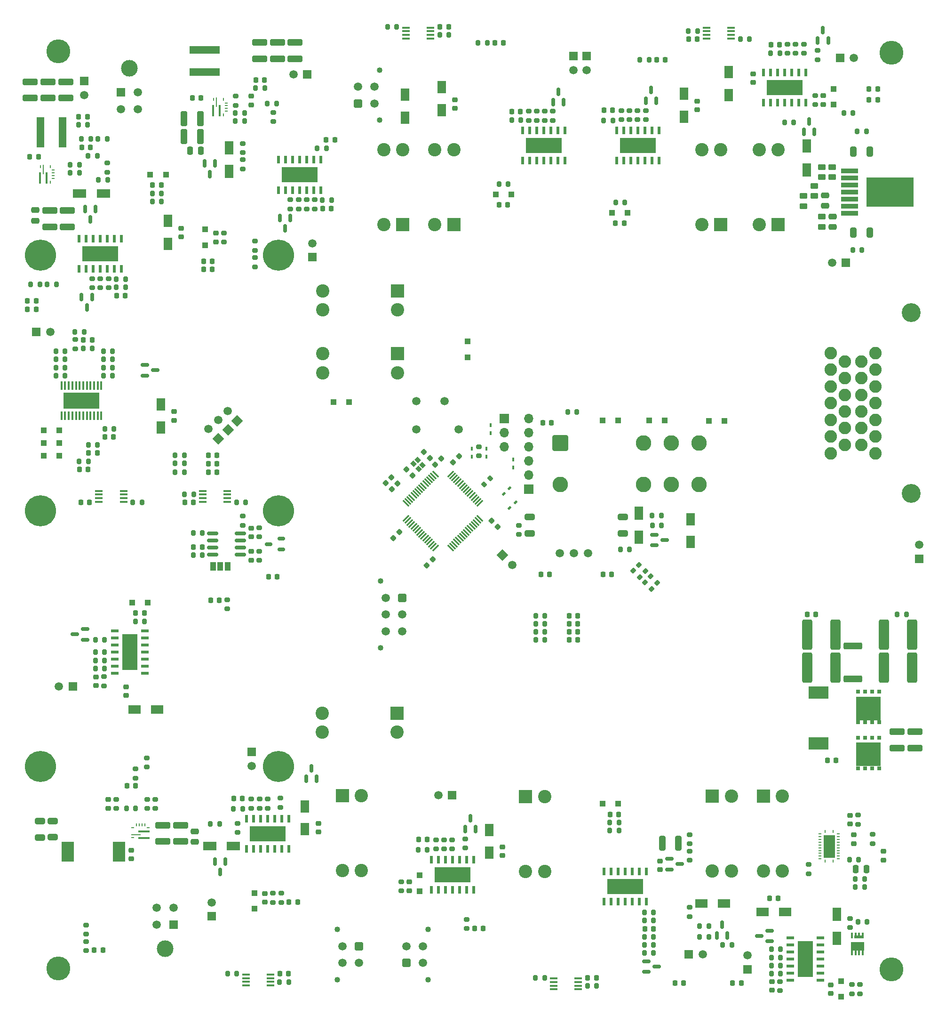
<source format=gbr>
%TF.GenerationSoftware,KiCad,Pcbnew,8.0.5*%
%TF.CreationDate,2025-02-03T18:43:33+01:00*%
%TF.ProjectId,FT25_PDU,46543235-5f50-4445-952e-6b696361645f,V1.2*%
%TF.SameCoordinates,Original*%
%TF.FileFunction,Soldermask,Top*%
%TF.FilePolarity,Negative*%
%FSLAX46Y46*%
G04 Gerber Fmt 4.6, Leading zero omitted, Abs format (unit mm)*
G04 Created by KiCad (PCBNEW 8.0.5) date 2025-02-03 18:43:33*
%MOMM*%
%LPD*%
G01*
G04 APERTURE LIST*
G04 Aperture macros list*
%AMRoundRect*
0 Rectangle with rounded corners*
0 $1 Rounding radius*
0 $2 $3 $4 $5 $6 $7 $8 $9 X,Y pos of 4 corners*
0 Add a 4 corners polygon primitive as box body*
4,1,4,$2,$3,$4,$5,$6,$7,$8,$9,$2,$3,0*
0 Add four circle primitives for the rounded corners*
1,1,$1+$1,$2,$3*
1,1,$1+$1,$4,$5*
1,1,$1+$1,$6,$7*
1,1,$1+$1,$8,$9*
0 Add four rect primitives between the rounded corners*
20,1,$1+$1,$2,$3,$4,$5,0*
20,1,$1+$1,$4,$5,$6,$7,0*
20,1,$1+$1,$6,$7,$8,$9,0*
20,1,$1+$1,$8,$9,$2,$3,0*%
%AMRotRect*
0 Rectangle, with rotation*
0 The origin of the aperture is its center*
0 $1 length*
0 $2 width*
0 $3 Rotation angle, in degrees counterclockwise*
0 Add horizontal line*
21,1,$1,$2,0,0,$3*%
G04 Aperture macros list end*
%ADD10R,1.500000X1.500000*%
%ADD11C,1.500000*%
%ADD12RoundRect,0.200000X0.275000X-0.200000X0.275000X0.200000X-0.275000X0.200000X-0.275000X-0.200000X0*%
%ADD13RoundRect,0.200000X-0.275000X0.200000X-0.275000X-0.200000X0.275000X-0.200000X0.275000X0.200000X0*%
%ADD14RoundRect,0.250000X1.100000X-0.325000X1.100000X0.325000X-1.100000X0.325000X-1.100000X-0.325000X0*%
%ADD15R,0.507200X1.456100*%
%ADD16R,6.502400X2.743200*%
%ADD17R,1.550000X2.200000*%
%ADD18RoundRect,0.200000X-0.200000X-0.275000X0.200000X-0.275000X0.200000X0.275000X-0.200000X0.275000X0*%
%ADD19RoundRect,0.150000X-0.150000X0.587500X-0.150000X-0.587500X0.150000X-0.587500X0.150000X0.587500X0*%
%ADD20RoundRect,0.150000X0.150000X-0.587500X0.150000X0.587500X-0.150000X0.587500X-0.150000X-0.587500X0*%
%ADD21RoundRect,0.250000X0.325000X1.100000X-0.325000X1.100000X-0.325000X-1.100000X0.325000X-1.100000X0*%
%ADD22RoundRect,0.218750X0.218750X0.256250X-0.218750X0.256250X-0.218750X-0.256250X0.218750X-0.256250X0*%
%ADD23R,0.420000X0.670000*%
%ADD24RoundRect,0.250000X0.300000X0.300000X-0.300000X0.300000X-0.300000X-0.300000X0.300000X-0.300000X0*%
%ADD25C,5.600000*%
%ADD26R,2.400000X2.400000*%
%ADD27C,2.400000*%
%ADD28RoundRect,0.225000X-0.250000X0.225000X-0.250000X-0.225000X0.250000X-0.225000X0.250000X0.225000X0*%
%ADD29C,4.300000*%
%ADD30RoundRect,0.250000X-0.300000X0.300000X-0.300000X-0.300000X0.300000X-0.300000X0.300000X0.300000X0*%
%ADD31RoundRect,0.225000X0.225000X0.250000X-0.225000X0.250000X-0.225000X-0.250000X0.225000X-0.250000X0*%
%ADD32R,1.550000X2.350000*%
%ADD33RoundRect,0.250000X-0.650000X0.325000X-0.650000X-0.325000X0.650000X-0.325000X0.650000X0.325000X0*%
%ADD34RoundRect,0.225000X0.250000X-0.225000X0.250000X0.225000X-0.250000X0.225000X-0.250000X-0.225000X0*%
%ADD35RoundRect,0.225000X-0.225000X-0.250000X0.225000X-0.250000X0.225000X0.250000X-0.225000X0.250000X0*%
%ADD36RoundRect,0.200000X0.200000X0.275000X-0.200000X0.275000X-0.200000X-0.275000X0.200000X-0.275000X0*%
%ADD37C,1.020000*%
%ADD38RoundRect,0.250001X0.499999X-0.499999X0.499999X0.499999X-0.499999X0.499999X-0.499999X-0.499999X0*%
%ADD39R,2.200000X1.550000*%
%ADD40RoundRect,0.250000X-0.450000X0.262500X-0.450000X-0.262500X0.450000X-0.262500X0.450000X0.262500X0*%
%ADD41RoundRect,0.150000X0.587500X0.150000X-0.587500X0.150000X-0.587500X-0.150000X0.587500X-0.150000X0*%
%ADD42R,2.350000X1.550000*%
%ADD43RotRect,1.500000X1.500000X135.000000*%
%ADD44RoundRect,0.150000X0.512500X0.150000X-0.512500X0.150000X-0.512500X-0.150000X0.512500X-0.150000X0*%
%ADD45RoundRect,0.250000X-0.475000X0.250000X-0.475000X-0.250000X0.475000X-0.250000X0.475000X0.250000X0*%
%ADD46RotRect,0.420000X0.670000X315.000000*%
%ADD47RoundRect,0.225000X0.017678X-0.335876X0.335876X-0.017678X-0.017678X0.335876X-0.335876X0.017678X0*%
%ADD48C,3.000000*%
%ADD49R,1.520000X1.520000*%
%ADD50C,1.520000*%
%ADD51RoundRect,0.250000X0.450000X-0.262500X0.450000X0.262500X-0.450000X0.262500X-0.450000X-0.262500X0*%
%ADD52RoundRect,0.250000X-0.650000X-2.450000X0.650000X-2.450000X0.650000X2.450000X-0.650000X2.450000X0*%
%ADD53RoundRect,0.250000X0.650000X-0.325000X0.650000X0.325000X-0.650000X0.325000X-0.650000X-0.325000X0*%
%ADD54RoundRect,0.250000X0.300000X-0.300000X0.300000X0.300000X-0.300000X0.300000X-0.300000X-0.300000X0*%
%ADD55RoundRect,0.150000X-0.587500X-0.150000X0.587500X-0.150000X0.587500X0.150000X-0.587500X0.150000X0*%
%ADD56R,1.456100X0.507200*%
%ADD57R,2.743200X6.502400*%
%ADD58RoundRect,0.250000X-0.325000X-0.650000X0.325000X-0.650000X0.325000X0.650000X-0.325000X0.650000X0*%
%ADD59R,1.000000X1.500000*%
%ADD60R,0.600000X0.250000*%
%ADD61R,0.250000X0.600000*%
%ADD62R,0.250000X1.700000*%
%ADD63R,0.400000X2.100000*%
%ADD64RoundRect,0.200000X0.335876X0.053033X0.053033X0.335876X-0.335876X-0.053033X-0.053033X-0.335876X0*%
%ADD65C,3.400000*%
%ADD66C,2.250000*%
%ADD67RoundRect,0.250000X0.250000X0.475000X-0.250000X0.475000X-0.250000X-0.475000X0.250000X-0.475000X0*%
%ADD68R,1.475000X0.450000*%
%ADD69RotRect,1.500000X1.500000X315.000000*%
%ADD70RoundRect,0.218750X-0.218750X-0.256250X0.218750X-0.256250X0.218750X0.256250X-0.218750X0.256250X0*%
%ADD71RoundRect,0.225000X-0.017678X0.335876X-0.335876X0.017678X0.017678X-0.335876X0.335876X-0.017678X0*%
%ADD72RoundRect,0.075000X-0.548008X0.441942X0.441942X-0.548008X0.548008X-0.441942X-0.441942X0.548008X0*%
%ADD73RoundRect,0.075000X-0.548008X-0.441942X-0.441942X-0.548008X0.548008X0.441942X0.441942X0.548008X0*%
%ADD74R,1.450000X5.500000*%
%ADD75R,0.381000X1.016000*%
%ADD76R,2.360000X1.522000*%
%ADD77R,1.701800X0.611400*%
%ADD78RoundRect,0.250000X-1.100000X0.325000X-1.100000X-0.325000X1.100000X-0.325000X1.100000X0.325000X0*%
%ADD79RoundRect,0.225000X-0.335876X-0.017678X-0.017678X-0.335876X0.335876X0.017678X0.017678X0.335876X0*%
%ADD80R,1.700000X1.700000*%
%ADD81O,1.700000X1.700000*%
%ADD82R,0.675000X0.750000*%
%ADD83R,0.675000X0.655000*%
%ADD84R,0.655000X0.675000*%
%ADD85R,4.510000X4.295000*%
%ADD86RoundRect,0.250000X1.425000X-0.362500X1.425000X0.362500X-1.425000X0.362500X-1.425000X-0.362500X0*%
%ADD87RotRect,0.875000X0.775000X135.000000*%
%ADD88RoundRect,0.250000X0.475000X-0.250000X0.475000X0.250000X-0.475000X0.250000X-0.475000X-0.250000X0*%
%ADD89RoundRect,0.225000X0.335876X0.017678X0.017678X0.335876X-0.335876X-0.017678X-0.017678X-0.335876X0*%
%ADD90C,2.800000*%
%ADD91RoundRect,0.250000X-1.150000X-1.150000X1.150000X-1.150000X1.150000X1.150000X-1.150000X1.150000X0*%
%ADD92R,0.450000X1.525000*%
%ADD93R,6.500000X2.870000*%
%ADD94RoundRect,0.250000X0.312500X1.075000X-0.312500X1.075000X-0.312500X-1.075000X0.312500X-1.075000X0*%
%ADD95R,2.300000X3.600000*%
%ADD96R,3.060000X0.890000*%
%ADD97R,8.540000X5.350000*%
%ADD98RoundRect,0.250001X-0.499999X0.499999X-0.499999X-0.499999X0.499999X-0.499999X0.499999X0.499999X0*%
%ADD99R,1.700000X0.250000*%
%ADD100R,2.100000X0.400000*%
%ADD101R,5.500000X1.450000*%
%ADD102R,3.600000X2.300000*%
%ADD103RoundRect,0.250000X-0.250000X-0.475000X0.250000X-0.475000X0.250000X0.475000X-0.250000X0.475000X0*%
%ADD104R,2.100000X4.100000*%
%ADD105RoundRect,0.150000X-0.825000X-0.150000X0.825000X-0.150000X0.825000X0.150000X-0.825000X0.150000X0*%
%ADD106RoundRect,0.250000X-0.300000X-0.300000X0.300000X-0.300000X0.300000X0.300000X-0.300000X0.300000X0*%
%ADD107RoundRect,0.250000X0.650000X2.450000X-0.650000X2.450000X-0.650000X-2.450000X0.650000X-2.450000X0*%
%ADD108RoundRect,0.200000X-0.053033X0.335876X-0.335876X0.053033X0.053033X-0.335876X0.335876X-0.053033X0*%
G04 APERTURE END LIST*
D10*
%TO.C,TP2*%
X165320000Y-98460000D03*
D11*
X165320000Y-95960000D03*
%TD*%
D12*
%TO.C,R38*%
X161375000Y-89780000D03*
X161375000Y-88130000D03*
%TD*%
D13*
%TO.C,R75*%
X128645000Y-102310000D03*
X128645000Y-103960000D03*
%TD*%
D14*
%TO.C,C87*%
X162225000Y-62750000D03*
X162225000Y-59800000D03*
%TD*%
D15*
%TO.C,IC2*%
X159209000Y-86371749D03*
X160479000Y-86371749D03*
X161749000Y-86371749D03*
X163019000Y-86371749D03*
X164289000Y-86371749D03*
X165559000Y-86371749D03*
X166829000Y-86371749D03*
X166829000Y-80927849D03*
X165559000Y-80927849D03*
X164289000Y-80927849D03*
X163019000Y-80927849D03*
X161749000Y-80927849D03*
X160479000Y-80927849D03*
X159209000Y-80927849D03*
D16*
X163019000Y-83649799D03*
%TD*%
D17*
%TO.C,D35*%
X139345000Y-91945000D03*
X139345000Y-96045000D03*
%TD*%
D18*
%TO.C,R171*%
X121730000Y-83275000D03*
X123380000Y-83275000D03*
%TD*%
D19*
%TO.C,D36*%
X125700000Y-105597500D03*
X123800000Y-105597500D03*
X124750000Y-107472500D03*
%TD*%
D20*
%TO.C,D32*%
X164190000Y-192252498D03*
X166090000Y-192252498D03*
X165140000Y-190377498D03*
%TD*%
D12*
%TO.C,R132*%
X135615001Y-197600000D03*
X135615001Y-195950000D03*
%TD*%
D18*
%TO.C,R157*%
X155090000Y-68065000D03*
X156740000Y-68065000D03*
%TD*%
D21*
%TO.C,C81*%
X145160000Y-76725000D03*
X142210000Y-76725000D03*
%TD*%
D13*
%TO.C,R128*%
X135545001Y-188490000D03*
X135545001Y-190140000D03*
%TD*%
D22*
%TO.C,D66*%
X267082500Y-70155000D03*
X265507500Y-70155000D03*
%TD*%
D18*
%TO.C,R172*%
X126760000Y-77225000D03*
X128410000Y-77225000D03*
%TD*%
D23*
%TO.C,D2*%
X193990000Y-132900000D03*
X193990000Y-134350000D03*
%TD*%
D24*
%TO.C,D70*%
X220339999Y-127854999D03*
X217540001Y-127854999D03*
%TD*%
D10*
%TO.C,TP13*%
X147190001Y-216990000D03*
D11*
X147190001Y-214490000D03*
%TD*%
D18*
%TO.C,R131*%
X146980000Y-200415000D03*
X148630000Y-200415000D03*
%TD*%
D10*
%TO.C,TP14*%
X261380000Y-99440000D03*
D11*
X258880000Y-99440000D03*
%TD*%
D25*
%TO.C,REF\u002A\u002A*%
X116410000Y-144080000D03*
%TD*%
D13*
%TO.C,R92*%
X254645000Y-207690000D03*
X254645000Y-209340000D03*
%TD*%
D26*
%TO.C,H12*%
X180580000Y-180485000D03*
D27*
X180580000Y-183885000D03*
X167110000Y-180485000D03*
X167110000Y-183885000D03*
%TD*%
D18*
%TO.C,R139*%
X263380001Y-75855000D03*
X265030001Y-75855000D03*
%TD*%
D28*
%TO.C,C37*%
X156795000Y-212900001D03*
X156795000Y-214450001D03*
%TD*%
D18*
%TO.C,R20*%
X119180477Y-118297452D03*
X120830477Y-118297452D03*
%TD*%
D29*
%TO.C,H4*%
X119575000Y-226345000D03*
%TD*%
D14*
%TO.C,C67*%
X138414747Y-203538428D03*
X138414747Y-200588428D03*
%TD*%
D30*
%TO.C,D17*%
X146065000Y-93480000D03*
X146065000Y-96280000D03*
%TD*%
D31*
%TO.C,C35*%
X185980000Y-203145000D03*
X184430000Y-203145000D03*
%TD*%
D18*
%TO.C,R111*%
X225100000Y-220675000D03*
X226750000Y-220675000D03*
%TD*%
D12*
%TO.C,R151*%
X154995000Y-100190000D03*
X154995000Y-98540000D03*
%TD*%
D18*
%TO.C,R31*%
X247950000Y-222935000D03*
X249600000Y-222935000D03*
%TD*%
D22*
%TO.C,D7*%
X213122500Y-167295000D03*
X211547500Y-167295000D03*
%TD*%
D32*
%TO.C,D65*%
X254335000Y-82740000D03*
X254335000Y-78440000D03*
%TD*%
D33*
%TO.C,C60*%
X221205000Y-145200000D03*
X221205000Y-148150000D03*
%TD*%
D12*
%TO.C,R55*%
X250845000Y-61809999D03*
X250845000Y-60159999D03*
%TD*%
D31*
%TO.C,C59*%
X125210000Y-142575000D03*
X123660000Y-142575000D03*
%TD*%
D18*
%TO.C,R28*%
X188233000Y-58485000D03*
X189883000Y-58485000D03*
%TD*%
D34*
%TO.C,C36*%
X166425000Y-201809999D03*
X166425000Y-200259999D03*
%TD*%
D13*
%TO.C,R117*%
X202525000Y-146680000D03*
X202525000Y-148330000D03*
%TD*%
D35*
%TO.C,C40*%
X136560000Y-85505000D03*
X138110000Y-85505000D03*
%TD*%
D36*
%TO.C,R58*%
X249460001Y-61734999D03*
X247810001Y-61734999D03*
%TD*%
D15*
%TO.C,IC3*%
X227711000Y-75638250D03*
X226441000Y-75638250D03*
X225171000Y-75638250D03*
X223901000Y-75638250D03*
X222631000Y-75638250D03*
X221361000Y-75638250D03*
X220091000Y-75638250D03*
X220091000Y-81082150D03*
X221361000Y-81082150D03*
X222631000Y-81082150D03*
X223901000Y-81082150D03*
X225171000Y-81082150D03*
X226441000Y-81082150D03*
X227711000Y-81082150D03*
D16*
X223901000Y-78360200D03*
%TD*%
D17*
%TO.C,D15*%
X182037559Y-69250000D03*
X182037559Y-73350000D03*
%TD*%
D13*
%TO.C,R129*%
X133455000Y-190480000D03*
X133455000Y-192130000D03*
%TD*%
D36*
%TO.C,R34*%
X249600000Y-227315000D03*
X247950000Y-227315000D03*
%TD*%
D25*
%TO.C,REF\u002A\u002A*%
X116410000Y-190080000D03*
%TD*%
D18*
%TO.C,R142*%
X123350000Y-135165000D03*
X125000000Y-135165000D03*
%TD*%
%TO.C,R159*%
X151470000Y-72545000D03*
X153120000Y-72545000D03*
%TD*%
D37*
%TO.C,J5*%
X177445000Y-73795000D03*
X177445000Y-64795000D03*
D38*
X173505000Y-70795000D03*
D11*
X173505000Y-67795000D03*
X176505000Y-70795000D03*
X176505000Y-67795000D03*
%TD*%
D36*
%TO.C,R50*%
X221580000Y-88595000D03*
X219930000Y-88595000D03*
%TD*%
D39*
%TO.C,D11*%
X246345000Y-216165000D03*
X250445000Y-216165000D03*
%TD*%
D40*
%TO.C,R135*%
X258905000Y-82229354D03*
X258905000Y-84054354D03*
%TD*%
D23*
%TO.C,D6*%
X201440000Y-136320000D03*
X201440000Y-134870000D03*
%TD*%
D36*
%TO.C,R94*%
X264690000Y-211725000D03*
X263040000Y-211725000D03*
%TD*%
D18*
%TO.C,R80*%
X126280000Y-167245000D03*
X127930000Y-167245000D03*
%TD*%
%TO.C,R124*%
X195170001Y-59895000D03*
X196820001Y-59895000D03*
%TD*%
D35*
%TO.C,C58*%
X124113529Y-113339864D03*
X125663529Y-113339864D03*
%TD*%
D12*
%TO.C,R3*%
X152815001Y-146670000D03*
X152815001Y-145020000D03*
%TD*%
D36*
%TO.C,R22*%
X143967000Y-141115000D03*
X142317000Y-141115000D03*
%TD*%
%TO.C,R91*%
X264690000Y-210265000D03*
X263040000Y-210265000D03*
%TD*%
D10*
%TO.C,TP12*%
X212339141Y-62292342D03*
D11*
X212339141Y-64792342D03*
%TD*%
D13*
%TO.C,R40*%
X164295000Y-88130000D03*
X164295000Y-89780000D03*
%TD*%
D41*
%TO.C,D12*%
X247652500Y-221450000D03*
X247652500Y-219550000D03*
X245777500Y-220500000D03*
%TD*%
D24*
%TO.C,D77*%
X171929999Y-124525000D03*
X169130001Y-124525000D03*
%TD*%
D42*
%TO.C,D63*%
X146840000Y-204365000D03*
X151140000Y-204365000D03*
%TD*%
D12*
%TO.C,R133*%
X137075000Y-197600000D03*
X137075000Y-195950000D03*
%TD*%
D13*
%TO.C,R120*%
X208614140Y-72222341D03*
X208614140Y-73872341D03*
%TD*%
D12*
%TO.C,R67*%
X157265000Y-197550000D03*
X157265000Y-195900000D03*
%TD*%
D24*
%TO.C,D48*%
X119750000Y-131855000D03*
X116950000Y-131855000D03*
%TD*%
D18*
%TO.C,R16*%
X205530000Y-164375000D03*
X207180000Y-164375000D03*
%TD*%
D13*
%TO.C,R39*%
X162835000Y-88130000D03*
X162835000Y-89780000D03*
%TD*%
D18*
%TO.C,R14*%
X205530000Y-167295000D03*
X207180000Y-167295000D03*
%TD*%
D42*
%TO.C,D72*%
X123429999Y-87035000D03*
X127730001Y-87035000D03*
%TD*%
D35*
%TO.C,C70*%
X131930000Y-193525000D03*
X133480000Y-193525000D03*
%TD*%
D17*
%TO.C,D27*%
X197145000Y-201465001D03*
X197145000Y-205565001D03*
%TD*%
D13*
%TO.C,R35*%
X263865000Y-229250000D03*
X263865000Y-230900000D03*
%TD*%
D31*
%TO.C,C57*%
X226700000Y-219215000D03*
X225150000Y-219215000D03*
%TD*%
%TO.C,C79*%
X145280000Y-69785000D03*
X143730000Y-69785000D03*
%TD*%
D19*
%TO.C,D16*%
X161350000Y-91417499D03*
X159450000Y-91417499D03*
X160400000Y-93292499D03*
%TD*%
D11*
%TO.C,K2*%
X189130000Y-124340000D03*
X184050000Y-124340000D03*
X191670000Y-129420000D03*
X184050000Y-129420000D03*
%TD*%
D20*
%TO.C,Q4*%
X254745000Y-74062499D03*
X253795000Y-75937500D03*
X255695000Y-75937500D03*
%TD*%
D43*
%TO.C,TP17*%
X151820000Y-127900000D03*
D11*
X150052233Y-126132233D03*
%TD*%
D26*
%TO.C,H15*%
X180629999Y-115825000D03*
D27*
X180629999Y-119225000D03*
X167159999Y-115825000D03*
X167159999Y-119225000D03*
%TD*%
D44*
%TO.C,D1*%
X159722500Y-150999999D03*
X159722500Y-149100001D03*
X157447500Y-150050000D03*
%TD*%
D18*
%TO.C,R49*%
X224280000Y-62985000D03*
X225930000Y-62985000D03*
%TD*%
D35*
%TO.C,C45*%
X258040000Y-188985000D03*
X259590000Y-188985000D03*
%TD*%
D24*
%TO.C,D49*%
X119750000Y-134155000D03*
X116950000Y-134155000D03*
%TD*%
D22*
%TO.C,D54*%
X232142500Y-228995000D03*
X230567500Y-228995000D03*
%TD*%
D28*
%TO.C,C46*%
X262115000Y-198820000D03*
X262115000Y-200370000D03*
%TD*%
D35*
%TO.C,C95*%
X123850000Y-78685000D03*
X125400000Y-78685000D03*
%TD*%
D10*
%TO.C,TP4*%
X260299999Y-62600000D03*
D11*
X262799999Y-62600000D03*
%TD*%
D24*
%TO.C,D47*%
X119750000Y-129555000D03*
X116950000Y-129555000D03*
%TD*%
D36*
%TO.C,R83*%
X127910000Y-172475000D03*
X126260000Y-172475000D03*
%TD*%
D12*
%TO.C,R152*%
X158275000Y-74080000D03*
X158275000Y-72430000D03*
%TD*%
D45*
%TO.C,C94*%
X115465000Y-89995000D03*
X115465000Y-91895000D03*
%TD*%
D36*
%TO.C,R145*%
X129370000Y-118294999D03*
X127720000Y-118294999D03*
%TD*%
D12*
%TO.C,R170*%
X128414999Y-83170000D03*
X128414999Y-81520000D03*
%TD*%
D13*
%TO.C,R41*%
X165755000Y-88130000D03*
X165755000Y-89780000D03*
%TD*%
D46*
%TO.C,D4*%
X201864177Y-142573102D03*
X200838873Y-143598406D03*
%TD*%
D47*
%TO.C,C6*%
X179932703Y-148977800D03*
X181028719Y-147881784D03*
%TD*%
D36*
%TO.C,R116*%
X222430000Y-151015000D03*
X220780000Y-151015000D03*
%TD*%
D15*
%TO.C,IC6*%
X161111000Y-199448250D03*
X159841000Y-199448250D03*
X158571000Y-199448250D03*
X157301000Y-199448250D03*
X156031000Y-199448250D03*
X154761000Y-199448250D03*
X153491000Y-199448250D03*
X153491000Y-204892150D03*
X154761000Y-204892150D03*
X156031000Y-204892150D03*
X157301000Y-204892150D03*
X158571000Y-204892150D03*
X159841000Y-204892150D03*
X161111000Y-204892150D03*
D16*
X157301000Y-202170200D03*
%TD*%
D36*
%TO.C,R72*%
X152790000Y-197664999D03*
X151140000Y-197664999D03*
%TD*%
D28*
%TO.C,C44*%
X126365000Y-173930001D03*
X126365000Y-175480001D03*
%TD*%
D34*
%TO.C,C11*%
X154334999Y-152940001D03*
X154334999Y-151390001D03*
%TD*%
D36*
%TO.C,R113*%
X220520000Y-200105000D03*
X218870000Y-200105000D03*
%TD*%
D41*
%TO.C,D40*%
X124442500Y-167240001D03*
X124442500Y-165340001D03*
X122567499Y-166290001D03*
%TD*%
D48*
%TO.C,J9*%
X132379500Y-64505800D03*
D49*
X130879500Y-68825800D03*
D50*
X133879500Y-68825800D03*
X130879500Y-71825800D03*
X133879500Y-71825800D03*
%TD*%
D18*
%TO.C,R143*%
X125000000Y-132235000D03*
X126650000Y-132235000D03*
%TD*%
%TO.C,R21*%
X151683000Y-142575000D03*
X153333000Y-142575000D03*
%TD*%
D47*
%TO.C,C4*%
X185942530Y-153892947D03*
X187038546Y-152796931D03*
%TD*%
D31*
%TO.C,C64*%
X202789140Y-72297341D03*
X201239140Y-72297341D03*
%TD*%
D36*
%TO.C,R168*%
X116270000Y-103335000D03*
X114620000Y-103335000D03*
%TD*%
D26*
%TO.C,H5*%
X246515000Y-195350000D03*
D27*
X249915000Y-195350000D03*
X246515000Y-208820000D03*
X249915000Y-208820000D03*
%TD*%
D32*
%TO.C,D43*%
X259695000Y-216660000D03*
X259695000Y-220960000D03*
%TD*%
D34*
%TO.C,C39*%
X141745000Y-94790000D03*
X141745000Y-93240000D03*
%TD*%
D51*
%TO.C,R141*%
X253745000Y-89254356D03*
X253745000Y-87429356D03*
%TD*%
D22*
%TO.C,D58*%
X208012500Y-155475000D03*
X206437500Y-155475000D03*
%TD*%
D18*
%TO.C,R173*%
X124073528Y-114829864D03*
X125723528Y-114829864D03*
%TD*%
D52*
%TO.C,C52*%
X268185832Y-172259609D03*
X273285832Y-172259609D03*
%TD*%
D14*
%TO.C,C90*%
X117725000Y-69850000D03*
X117725000Y-66900000D03*
%TD*%
D18*
%TO.C,R97*%
X119180477Y-119757452D03*
X120830477Y-119757452D03*
%TD*%
%TO.C,R79*%
X130040000Y-102415000D03*
X131690000Y-102415000D03*
%TD*%
%TO.C,R112*%
X225100000Y-217755000D03*
X226750000Y-217755000D03*
%TD*%
D34*
%TO.C,C34*%
X182785000Y-212360000D03*
X182785000Y-210810000D03*
%TD*%
D36*
%TO.C,R125*%
X200580001Y-85285000D03*
X198930001Y-85285000D03*
%TD*%
D20*
%TO.C,Q6*%
X239075000Y-218532499D03*
X238125000Y-220407500D03*
X240025000Y-220407500D03*
%TD*%
D14*
%TO.C,C91*%
X120925000Y-69850000D03*
X120925000Y-66900000D03*
%TD*%
D53*
%TO.C,C98*%
X118615000Y-202780001D03*
X118615000Y-199829999D03*
%TD*%
D18*
%TO.C,R108*%
X239160000Y-222125000D03*
X240810000Y-222125000D03*
%TD*%
D48*
%TO.C,J11*%
X138824000Y-222794200D03*
D49*
X140324000Y-218474200D03*
D50*
X137324000Y-218474200D03*
X140324000Y-215474200D03*
X137324000Y-215474200D03*
%TD*%
D25*
%TO.C,REF\u002A\u002A*%
X159210000Y-144080000D03*
%TD*%
D54*
%TO.C,D76*%
X193275000Y-116429999D03*
X193275000Y-113630001D03*
%TD*%
D10*
%TO.C,TP5*%
X190500000Y-195230000D03*
D11*
X188000000Y-195230000D03*
%TD*%
D55*
%TO.C,D52*%
X225427500Y-225080000D03*
X225427500Y-226980000D03*
X227302500Y-226030000D03*
%TD*%
D12*
%TO.C,R123*%
X204234140Y-73872341D03*
X204234140Y-72222341D03*
%TD*%
D13*
%TO.C,R156*%
X152795000Y-77990000D03*
X152795000Y-79640000D03*
%TD*%
D24*
%TO.C,D41*%
X135679999Y-160565000D03*
X132880001Y-160565000D03*
%TD*%
D18*
%TO.C,R78*%
X136510000Y-86975000D03*
X138160000Y-86975000D03*
%TD*%
D28*
%TO.C,C53*%
X268075000Y-205300000D03*
X268075000Y-206850000D03*
%TD*%
D31*
%TO.C,C24*%
X169365000Y-77372441D03*
X167815000Y-77372441D03*
%TD*%
D56*
%TO.C,IC8*%
X129778251Y-165649000D03*
X129778251Y-166919000D03*
X129778251Y-168189000D03*
X129778251Y-169459000D03*
X129778251Y-170729000D03*
X129778251Y-171999000D03*
X129778251Y-173269000D03*
X135222151Y-173269000D03*
X135222151Y-171999000D03*
X135222151Y-170729000D03*
X135222151Y-169459000D03*
X135222151Y-168189000D03*
X135222151Y-166919000D03*
X135222151Y-165649000D03*
D57*
X132500201Y-169459000D03*
%TD*%
D12*
%TO.C,R68*%
X155805000Y-197549999D03*
X155805000Y-195899999D03*
%TD*%
D19*
%TO.C,Q2*%
X148743200Y-209025501D03*
X149693200Y-207150500D03*
X147793200Y-207150500D03*
%TD*%
D29*
%TO.C,H3*%
X269575000Y-61695000D03*
%TD*%
D13*
%TO.C,R5*%
X195325000Y-132530000D03*
X195325000Y-134180000D03*
%TD*%
D18*
%TO.C,R148*%
X140640000Y-134065000D03*
X142290000Y-134065000D03*
%TD*%
D12*
%TO.C,R57*%
X255825000Y-71009999D03*
X255825000Y-69359999D03*
%TD*%
D36*
%TO.C,R134*%
X133530000Y-197555000D03*
X131880000Y-197555000D03*
%TD*%
D13*
%TO.C,R2*%
X155795000Y-151340000D03*
X155795000Y-152990000D03*
%TD*%
D58*
%TO.C,C73*%
X262719999Y-79481855D03*
X265669999Y-79481855D03*
%TD*%
D33*
%TO.C,C61*%
X204425000Y-145200000D03*
X204425000Y-148150000D03*
%TD*%
D24*
%TO.C,D71*%
X228739999Y-127855001D03*
X225940001Y-127855001D03*
%TD*%
D36*
%TO.C,R51*%
X219389999Y-73854999D03*
X217739999Y-73854999D03*
%TD*%
%TO.C,R82*%
X127910000Y-170985000D03*
X126260000Y-170985000D03*
%TD*%
D59*
%TO.C,JP1*%
X147475000Y-154095000D03*
X148775000Y-154095000D03*
X150075000Y-154095000D03*
%TD*%
D13*
%TO.C,R66*%
X159574999Y-195729999D03*
X159574999Y-197379999D03*
%TD*%
D12*
%TO.C,R130*%
X130035000Y-197610000D03*
X130035000Y-195960000D03*
%TD*%
D34*
%TO.C,C33*%
X199555000Y-206030000D03*
X199555000Y-204480000D03*
%TD*%
D60*
%TO.C,IC17*%
X149810000Y-72209999D03*
X149810000Y-71709999D03*
X149810000Y-71209999D03*
X149810000Y-70709999D03*
D61*
X149340000Y-70059999D03*
D62*
X148040000Y-70609999D03*
D61*
X147540000Y-70059999D03*
D63*
X147460000Y-72109999D03*
X148620000Y-72109999D03*
D61*
X149340000Y-72859999D03*
%TD*%
D54*
%TO.C,D25*%
X259165000Y-71040000D03*
X259165000Y-68240000D03*
%TD*%
D14*
%TO.C,C68*%
X141614747Y-203538427D03*
X141614747Y-200588427D03*
%TD*%
D64*
%TO.C,R6*%
X224244576Y-155993363D03*
X223077850Y-154826637D03*
%TD*%
D22*
%TO.C,D38*%
X115632500Y-107795000D03*
X114057500Y-107795000D03*
%TD*%
D18*
%TO.C,R101*%
X132989999Y-142575000D03*
X134639999Y-142575000D03*
%TD*%
D22*
%TO.C,D22*%
X228852500Y-62985000D03*
X227277500Y-62985000D03*
%TD*%
D55*
%TO.C,Q3*%
X228751047Y-149335951D03*
X226876046Y-148385951D03*
X226876046Y-150285951D03*
%TD*%
D13*
%TO.C,R52*%
X256244999Y-61299999D03*
X256244999Y-62949999D03*
%TD*%
D36*
%TO.C,R30*%
X234657000Y-57815001D03*
X233007000Y-57815001D03*
%TD*%
D18*
%TO.C,R167*%
X123230000Y-74645000D03*
X124880000Y-74645000D03*
%TD*%
D65*
%TO.C,J10*%
X273150000Y-140950000D03*
X273150000Y-108450000D03*
D66*
X258650000Y-133700000D03*
X258650000Y-130700000D03*
X258650000Y-127700000D03*
X258650000Y-124700000D03*
X258650000Y-121700000D03*
X258650000Y-118700000D03*
X258650000Y-115700000D03*
X261150000Y-132200000D03*
X261150000Y-129200000D03*
X261150000Y-126200000D03*
X261150000Y-123200000D03*
X261150000Y-120200000D03*
X261150000Y-117200000D03*
X264150000Y-132200000D03*
X264150000Y-129200000D03*
X264150000Y-126200000D03*
X264150000Y-123200000D03*
X264150000Y-120200000D03*
X264150000Y-117200000D03*
X266650000Y-133700000D03*
X266650000Y-130700000D03*
X266650000Y-127700000D03*
X266650000Y-124700000D03*
X266650000Y-121700000D03*
X266650000Y-118700000D03*
X266650000Y-115700000D03*
%TD*%
D67*
%TO.C,C83*%
X145245001Y-79315000D03*
X143345001Y-79315000D03*
%TD*%
D12*
%TO.C,R103*%
X233195000Y-206930000D03*
X233195000Y-205280000D03*
%TD*%
D26*
%TO.C,H14*%
X190775001Y-92620000D03*
D27*
X187375001Y-92620000D03*
X190775001Y-79150000D03*
X187375001Y-79150000D03*
%TD*%
D36*
%TO.C,R126*%
X202849141Y-73797341D03*
X201199141Y-73797341D03*
%TD*%
D13*
%TO.C,R71*%
X158255000Y-212850001D03*
X158255000Y-214500001D03*
%TD*%
D68*
%TO.C,U3*%
X131337001Y-142430002D03*
X131337001Y-141780002D03*
X131337001Y-141130002D03*
X131337001Y-140480002D03*
X126913001Y-140480002D03*
X126913001Y-141130002D03*
X126913001Y-141780002D03*
X126913001Y-142430002D03*
%TD*%
D69*
%TO.C,TP11*%
X199560553Y-152033274D03*
D11*
X201328320Y-153801041D03*
%TD*%
D22*
%TO.C,D62*%
X199742501Y-59895000D03*
X198167501Y-59895000D03*
%TD*%
D39*
%TO.C,D51*%
X239445000Y-214674999D03*
X235345000Y-214674999D03*
%TD*%
D13*
%TO.C,R42*%
X149425000Y-94100000D03*
X149425000Y-95750000D03*
%TD*%
D64*
%TO.C,R4*%
X226339429Y-158095789D03*
X225172703Y-156929063D03*
%TD*%
D70*
%TO.C,D14*%
X240937500Y-229025000D03*
X242512500Y-229025000D03*
%TD*%
D71*
%TO.C,C3*%
X188530018Y-134654210D03*
X187434002Y-135750226D03*
%TD*%
D54*
%TO.C,D29*%
X184665000Y-212440001D03*
X184665000Y-209640001D03*
%TD*%
D72*
%TO.C,U2*%
X187473819Y-137425519D03*
X187120266Y-137779072D03*
X186766713Y-138132625D03*
X186413159Y-138486179D03*
X186059606Y-138839732D03*
X185706052Y-139193286D03*
X185352499Y-139546839D03*
X184998946Y-139900392D03*
X184645392Y-140253946D03*
X184291839Y-140607499D03*
X183938286Y-140961052D03*
X183584732Y-141314606D03*
X183231179Y-141668159D03*
X182877625Y-142021713D03*
X182524072Y-142375266D03*
X182170519Y-142728819D03*
D73*
X182170519Y-145451181D03*
X182524072Y-145804734D03*
X182877625Y-146158287D03*
X183231179Y-146511841D03*
X183584732Y-146865394D03*
X183938286Y-147218948D03*
X184291839Y-147572501D03*
X184645392Y-147926054D03*
X184998946Y-148279608D03*
X185352499Y-148633161D03*
X185706052Y-148986714D03*
X186059606Y-149340268D03*
X186413159Y-149693821D03*
X186766713Y-150047375D03*
X187120266Y-150400928D03*
X187473819Y-150754481D03*
D72*
X190196181Y-150754481D03*
X190549734Y-150400928D03*
X190903287Y-150047375D03*
X191256841Y-149693821D03*
X191610394Y-149340268D03*
X191963948Y-148986714D03*
X192317501Y-148633161D03*
X192671054Y-148279608D03*
X193024608Y-147926054D03*
X193378161Y-147572501D03*
X193731714Y-147218948D03*
X194085268Y-146865394D03*
X194438821Y-146511841D03*
X194792375Y-146158287D03*
X195145928Y-145804734D03*
X195499481Y-145451181D03*
D73*
X195499481Y-142728819D03*
X195145928Y-142375266D03*
X194792375Y-142021713D03*
X194438821Y-141668159D03*
X194085268Y-141314606D03*
X193731714Y-140961052D03*
X193378161Y-140607499D03*
X193024608Y-140253946D03*
X192671054Y-139900392D03*
X192317501Y-139546839D03*
X191963948Y-139193286D03*
X191610394Y-138839732D03*
X191256841Y-138486179D03*
X190903287Y-138132625D03*
X190549734Y-137779072D03*
X190196181Y-137425519D03*
%TD*%
D12*
%TO.C,R46*%
X223865000Y-73740000D03*
X223865000Y-72090000D03*
%TD*%
D13*
%TO.C,R160*%
X152795000Y-80950000D03*
X152795000Y-82600000D03*
%TD*%
%TO.C,R74*%
X127185000Y-102310000D03*
X127185000Y-103960000D03*
%TD*%
D53*
%TO.C,C66*%
X116314746Y-202788428D03*
X116314746Y-199838428D03*
%TD*%
D13*
%TO.C,R102*%
X233265000Y-215360000D03*
X233265000Y-217010000D03*
%TD*%
D26*
%TO.C,H7*%
X238835000Y-92630000D03*
D27*
X235435000Y-92630000D03*
X238835000Y-79160000D03*
X235435000Y-79160000D03*
%TD*%
D14*
%TO.C,C97*%
X273785000Y-186720001D03*
X273785000Y-183769999D03*
%TD*%
D74*
%TO.C,L4*%
X116375000Y-76000000D03*
X120375000Y-76000000D03*
%TD*%
D31*
%TO.C,C16*%
X143917000Y-142575000D03*
X142367000Y-142575000D03*
%TD*%
D71*
%TO.C,C7*%
X191705582Y-134284210D03*
X190609566Y-135380226D03*
%TD*%
D18*
%TO.C,R43*%
X166210000Y-78875000D03*
X167860000Y-78875000D03*
%TD*%
D22*
%TO.C,D18*%
X147322500Y-100625000D03*
X145747500Y-100625000D03*
%TD*%
D35*
%TO.C,C96*%
X123280000Y-73185000D03*
X124830000Y-73185000D03*
%TD*%
D64*
%TO.C,R8*%
X227388363Y-157038363D03*
X226221637Y-155871637D03*
%TD*%
D36*
%TO.C,R155*%
X265170000Y-218014999D03*
X263520000Y-218014999D03*
%TD*%
D15*
%TO.C,IC5*%
X194351000Y-206788251D03*
X193081000Y-206788251D03*
X191811000Y-206788251D03*
X190541000Y-206788251D03*
X189271000Y-206788251D03*
X188001000Y-206788251D03*
X186731000Y-206788251D03*
X186731000Y-212232151D03*
X188001000Y-212232151D03*
X189271000Y-212232151D03*
X190541000Y-212232151D03*
X191811000Y-212232151D03*
X193081000Y-212232151D03*
X194351000Y-212232151D03*
D16*
X190541000Y-209510201D03*
%TD*%
D18*
%TO.C,R119*%
X211280000Y-126325000D03*
X212930000Y-126325000D03*
%TD*%
D75*
%TO.C,Q1*%
X264407599Y-220456400D03*
X263747199Y-220456400D03*
X263086799Y-220456400D03*
X262426399Y-220456400D03*
X262426399Y-223453600D03*
X263086799Y-223453600D03*
X263747199Y-223453600D03*
X264407599Y-223453600D03*
D76*
X263416999Y-222354000D03*
D77*
X263747199Y-220658700D03*
%TD*%
D12*
%TO.C,R73*%
X125715000Y-103960000D03*
X125715000Y-102310000D03*
%TD*%
D20*
%TO.C,D28*%
X192840000Y-201262499D03*
X194740000Y-201262499D03*
X193790000Y-199387499D03*
%TD*%
D78*
%TO.C,C93*%
X118045000Y-90070000D03*
X118045000Y-93020000D03*
%TD*%
D40*
%TO.C,R140*%
X255670000Y-85619998D03*
X255670000Y-87444998D03*
%TD*%
D12*
%TO.C,R100*%
X122678529Y-114902072D03*
X122678529Y-113252072D03*
%TD*%
D18*
%TO.C,R76*%
X130040000Y-103885000D03*
X131690000Y-103885000D03*
%TD*%
D79*
%TO.C,C14*%
X185367347Y-133498855D03*
X186463363Y-134594871D03*
%TD*%
D80*
%TO.C,J2*%
X199865000Y-127465000D03*
D81*
X199865000Y-130005000D03*
X199865000Y-132545000D03*
%TD*%
D25*
%TO.C,REF\u002A\u002A*%
X116410000Y-98080000D03*
%TD*%
D10*
%TO.C,TP6*%
X154370000Y-187430000D03*
D11*
X154370000Y-189930000D03*
%TD*%
D15*
%TO.C,IC10*%
X217789001Y-214331749D03*
X219059001Y-214331749D03*
X220329001Y-214331749D03*
X221599001Y-214331749D03*
X222869001Y-214331749D03*
X224139001Y-214331749D03*
X225409001Y-214331749D03*
X225409001Y-208887849D03*
X224139001Y-208887849D03*
X222869001Y-208887849D03*
X221599001Y-208887849D03*
X220329001Y-208887849D03*
X219059001Y-208887849D03*
X217789001Y-208887849D03*
D16*
X221599001Y-211609799D03*
%TD*%
D22*
%TO.C,D50*%
X148152500Y-137085000D03*
X146577500Y-137085000D03*
%TD*%
D18*
%TO.C,R106*%
X235050000Y-220665000D03*
X236700000Y-220665000D03*
%TD*%
D68*
%TO.C,U4*%
X150034000Y-142430000D03*
X150034000Y-141780000D03*
X150034000Y-141130000D03*
X150034000Y-140480000D03*
X145610000Y-140480000D03*
X145610000Y-141130000D03*
X145610000Y-141780000D03*
X145610000Y-142430000D03*
%TD*%
D13*
%TO.C,R86*%
X127845000Y-173890000D03*
X127845000Y-175540000D03*
%TD*%
D82*
%TO.C,IC16*%
X267338023Y-176607583D03*
X266068023Y-176607583D03*
X264798023Y-176607583D03*
X263528023Y-176607583D03*
D83*
X263517023Y-182117583D03*
D84*
X264798023Y-182117583D03*
X266068023Y-182117583D03*
X267353023Y-182117583D03*
D85*
X265433023Y-179647583D03*
%TD*%
D70*
%TO.C,D57*%
X217637500Y-155475000D03*
X219212500Y-155475000D03*
%TD*%
D29*
%TO.C,H2*%
X269575000Y-226545000D03*
%TD*%
D86*
%TO.C,R87*%
X262595416Y-174322525D03*
X262595416Y-168397525D03*
%TD*%
D31*
%TO.C,C28*%
X221430000Y-92365000D03*
X219880000Y-92365000D03*
%TD*%
D18*
%TO.C,R77*%
X136510000Y-88435000D03*
X138160000Y-88435000D03*
%TD*%
D26*
%TO.C,H6*%
X181585000Y-92620000D03*
D27*
X178185000Y-92620000D03*
X181585000Y-79150000D03*
X178185000Y-79150000D03*
%TD*%
D31*
%TO.C,C29*%
X219340000Y-71994999D03*
X217790000Y-71994999D03*
%TD*%
D87*
%TO.C,Y1*%
X184470919Y-136516102D03*
X183569358Y-135614541D03*
X184258787Y-134925112D03*
X185160348Y-135826673D03*
%TD*%
D12*
%TO.C,R84*%
X150035000Y-161710000D03*
X150035000Y-160060000D03*
%TD*%
D15*
%TO.C,IC7*%
X123319000Y-100571749D03*
X124589000Y-100571749D03*
X125859000Y-100571749D03*
X127129000Y-100571749D03*
X128399000Y-100571749D03*
X129669000Y-100571749D03*
X130939000Y-100571749D03*
X130939000Y-95127849D03*
X129669000Y-95127849D03*
X128399000Y-95127849D03*
X127129000Y-95127849D03*
X125859000Y-95127849D03*
X124589000Y-95127849D03*
X123319000Y-95127849D03*
D16*
X127129000Y-97849799D03*
%TD*%
D51*
%TO.C,R138*%
X257014999Y-93004357D03*
X257014999Y-91179357D03*
%TD*%
D18*
%TO.C,R166*%
X126845564Y-84568726D03*
X128495564Y-84568726D03*
%TD*%
D36*
%TO.C,R65*%
X186030000Y-205005000D03*
X184380000Y-205005000D03*
%TD*%
D35*
%TO.C,C10*%
X157430000Y-155915000D03*
X158980000Y-155915000D03*
%TD*%
D12*
%TO.C,R62*%
X187585000Y-204890000D03*
X187585000Y-203240000D03*
%TD*%
D32*
%TO.C,D56*%
X224100000Y-148785001D03*
X224100000Y-144484999D03*
%TD*%
D12*
%TO.C,R47*%
X222405000Y-73739999D03*
X222405000Y-72089999D03*
%TD*%
D52*
%TO.C,C51*%
X268185832Y-166359609D03*
X273285832Y-166359609D03*
%TD*%
D36*
%TO.C,R81*%
X127920000Y-169445000D03*
X126270000Y-169445000D03*
%TD*%
%TO.C,R85*%
X135110000Y-163955000D03*
X133460000Y-163955000D03*
%TD*%
D11*
%TO.C,U11*%
X214940000Y-151720000D03*
X212400000Y-151720000D03*
X209860000Y-151720000D03*
%TD*%
D88*
%TO.C,C72*%
X258945001Y-93031855D03*
X258945001Y-91131855D03*
%TD*%
D13*
%TO.C,R1*%
X155774999Y-147110000D03*
X155774999Y-148760000D03*
%TD*%
D18*
%TO.C,R104*%
X235050000Y-218715000D03*
X236700000Y-218715000D03*
%TD*%
D12*
%TO.C,R149*%
X151825000Y-201920000D03*
X151825000Y-200270000D03*
%TD*%
D23*
%TO.C,D67*%
X196650000Y-132900000D03*
X196650000Y-134350000D03*
%TD*%
D35*
%TO.C,C19*%
X188302999Y-57025000D03*
X189852999Y-57025000D03*
%TD*%
D34*
%TO.C,C31*%
X257285000Y-70959999D03*
X257285000Y-69409999D03*
%TD*%
D20*
%TO.C,D20*%
X225350001Y-70282498D03*
X227250001Y-70282498D03*
X226300001Y-68407498D03*
%TD*%
D36*
%TO.C,R33*%
X249600001Y-225855000D03*
X247950001Y-225855000D03*
%TD*%
D28*
%TO.C,C25*%
X147955000Y-94140000D03*
X147955000Y-95690000D03*
%TD*%
D36*
%TO.C,R11*%
X145529999Y-148075000D03*
X143879999Y-148075000D03*
%TD*%
D22*
%TO.C,D34*%
X162712500Y-214424999D03*
X161137500Y-214424999D03*
%TD*%
%TO.C,D9*%
X213122500Y-164375001D03*
X211547500Y-164375001D03*
%TD*%
D10*
%TO.C,TP7*%
X115640000Y-111860000D03*
D11*
X118140000Y-111860000D03*
%TD*%
D88*
%TO.C,C69*%
X144194747Y-203613427D03*
X144194747Y-201713427D03*
%TD*%
D22*
%TO.C,D69*%
X148152500Y-134105000D03*
X146577500Y-134105000D03*
%TD*%
D36*
%TO.C,R99*%
X124253528Y-111867071D03*
X122603528Y-111867071D03*
%TD*%
D34*
%TO.C,C55*%
X227895000Y-208590000D03*
X227895000Y-207040000D03*
%TD*%
D55*
%TO.C,D46*%
X135147500Y-117830000D03*
X135147500Y-119730000D03*
X137022500Y-118780000D03*
%TD*%
D37*
%TO.C,J3*%
X186174201Y-228361500D03*
X186174201Y-219361500D03*
D38*
X182234201Y-225361500D03*
D11*
X182234201Y-222361500D03*
X185234201Y-225361500D03*
X185234201Y-222361500D03*
%TD*%
D89*
%TO.C,C5*%
X198657505Y-146979013D03*
X197561489Y-145882997D03*
%TD*%
D17*
%TO.C,D23*%
X240275000Y-65195000D03*
X240275000Y-69295000D03*
%TD*%
D13*
%TO.C,R105*%
X233195000Y-202320000D03*
X233195000Y-203970000D03*
%TD*%
D36*
%TO.C,R13*%
X129370000Y-119755000D03*
X127720000Y-119755000D03*
%TD*%
D13*
%TO.C,R70*%
X159715000Y-212849999D03*
X159715000Y-214499999D03*
%TD*%
D21*
%TO.C,C82*%
X145159999Y-73525000D03*
X142209999Y-73525000D03*
%TD*%
D18*
%TO.C,R56*%
X260970000Y-72555000D03*
X262620000Y-72555000D03*
%TD*%
D12*
%TO.C,R54*%
X252305000Y-61809999D03*
X252305000Y-60159999D03*
%TD*%
D68*
%TO.C,U7*%
X182166001Y-57170000D03*
X182166001Y-57820000D03*
X182166001Y-58470000D03*
X182166001Y-59120000D03*
X186590001Y-59120000D03*
X186590001Y-58470000D03*
X186590001Y-57820000D03*
X186590001Y-57170000D03*
%TD*%
D17*
%TO.C,D59*%
X188607560Y-67900001D03*
X188607560Y-72000001D03*
%TD*%
D10*
%TO.C,TP19*%
X124290000Y-66770000D03*
D11*
X124290000Y-69270000D03*
%TD*%
D90*
%TO.C,K1*%
X229929411Y-131855000D03*
X224929411Y-131855000D03*
X234929411Y-131855000D03*
X229929411Y-139355000D03*
X224929411Y-139355000D03*
X234929411Y-139355000D03*
D91*
X209929411Y-131855000D03*
D90*
X209929411Y-139355000D03*
%TD*%
D82*
%TO.C,IC15*%
X267338023Y-184837585D03*
X266068023Y-184837585D03*
X264798023Y-184837585D03*
X263528023Y-184837585D03*
D83*
X263517023Y-190347585D03*
D84*
X264798023Y-190347585D03*
X266068023Y-190347585D03*
X267353023Y-190347585D03*
D85*
X265433023Y-187877585D03*
%TD*%
D28*
%TO.C,C84*%
X154295000Y-69500000D03*
X154295000Y-71050000D03*
%TD*%
D12*
%TO.C,R122*%
X205694140Y-73872341D03*
X205694140Y-72222341D03*
%TD*%
D28*
%TO.C,C15*%
X140455000Y-126229999D03*
X140455000Y-127779999D03*
%TD*%
D35*
%TO.C,C78*%
X128000000Y-130775000D03*
X129550000Y-130775000D03*
%TD*%
D17*
%TO.C,D45*%
X138075000Y-129055001D03*
X138075000Y-124955001D03*
%TD*%
D34*
%TO.C,C27*%
X234595000Y-71929999D03*
X234595000Y-70379999D03*
%TD*%
D68*
%TO.C,U5*%
X208766000Y-228170000D03*
X208766000Y-228820000D03*
X208766000Y-229470000D03*
X208766000Y-230120000D03*
X213190000Y-230120000D03*
X213190000Y-229470000D03*
X213190000Y-228820000D03*
X213190000Y-228170000D03*
%TD*%
D31*
%TO.C,C41*%
X131640000Y-105345000D03*
X130090000Y-105345000D03*
%TD*%
D36*
%TO.C,R153*%
X158880000Y-70875000D03*
X157230000Y-70875000D03*
%TD*%
D92*
%TO.C,IC14*%
X127335000Y-121508000D03*
X126685000Y-121508000D03*
X126035000Y-121508000D03*
X125385000Y-121508000D03*
X124735000Y-121508000D03*
X124085000Y-121508000D03*
X123435000Y-121508000D03*
X122785000Y-121508000D03*
X122135000Y-121508000D03*
X121485000Y-121508000D03*
X120835000Y-121508000D03*
X120185000Y-121508000D03*
X120185000Y-126932000D03*
X120835000Y-126932000D03*
X121485000Y-126932000D03*
X122135000Y-126932000D03*
X122785000Y-126932000D03*
X123435000Y-126932000D03*
X124085000Y-126932000D03*
X124735000Y-126932000D03*
X125385000Y-126932000D03*
X126035000Y-126932000D03*
X126685000Y-126932000D03*
X127335000Y-126932000D03*
D93*
X123760000Y-124220000D03*
%TD*%
D15*
%TO.C,IC4*%
X254181000Y-65218250D03*
X252911000Y-65218250D03*
X251641000Y-65218250D03*
X250371000Y-65218250D03*
X249101000Y-65218250D03*
X247831000Y-65218250D03*
X246561000Y-65218250D03*
X246561000Y-70662150D03*
X247831000Y-70662150D03*
X249101000Y-70662150D03*
X250371000Y-70662150D03*
X251641000Y-70662150D03*
X252911000Y-70662150D03*
X254181000Y-70662150D03*
D16*
X250371000Y-67940200D03*
%TD*%
D26*
%TO.C,H11*%
X180630000Y-104545000D03*
D27*
X180630000Y-107945000D03*
X167160000Y-104545000D03*
X167160000Y-107945000D03*
%TD*%
D10*
%TO.C,TP3*%
X214665218Y-62297470D03*
D11*
X214665218Y-64797470D03*
%TD*%
D31*
%TO.C,C63*%
X200490000Y-89064999D03*
X198940000Y-89064999D03*
%TD*%
D18*
%TO.C,R15*%
X205530000Y-165835000D03*
X207180000Y-165835000D03*
%TD*%
D35*
%TO.C,C26*%
X167200000Y-89705000D03*
X168750000Y-89705000D03*
%TD*%
D12*
%TO.C,R89*%
X263575000Y-200420002D03*
X263575000Y-198770002D03*
%TD*%
D18*
%TO.C,R161*%
X151470000Y-74005000D03*
X153120000Y-74005000D03*
%TD*%
D39*
%TO.C,D39*%
X133295000Y-179825000D03*
X137395000Y-179825000D03*
%TD*%
D68*
%TO.C,U6*%
X153366001Y-227470000D03*
X153366001Y-228120000D03*
X153366001Y-228770000D03*
X153366001Y-229420000D03*
X157790001Y-229420000D03*
X157790001Y-228770000D03*
X157790001Y-228120000D03*
X157790001Y-227470000D03*
%TD*%
D17*
%TO.C,D31*%
X164015000Y-197245000D03*
X164015000Y-201345000D03*
%TD*%
D36*
%TO.C,R18*%
X129370000Y-116835000D03*
X127720000Y-116835000D03*
%TD*%
D70*
%TO.C,D44*%
X254356789Y-162664290D03*
X255931791Y-162664290D03*
%TD*%
D18*
%TO.C,R44*%
X167140000Y-88205000D03*
X168790000Y-88205000D03*
%TD*%
D70*
%TO.C,D42*%
X147007498Y-160125000D03*
X148582500Y-160125000D03*
%TD*%
D12*
%TO.C,R60*%
X190505000Y-204890001D03*
X190505000Y-203240001D03*
%TD*%
%TO.C,R162*%
X151555000Y-71160000D03*
X151555000Y-69510000D03*
%TD*%
D20*
%TO.C,D24*%
X256270000Y-59492498D03*
X258170000Y-59492498D03*
X257220000Y-57617498D03*
%TD*%
D14*
%TO.C,C89*%
X114515000Y-69850000D03*
X114515000Y-66900000D03*
%TD*%
D32*
%TO.C,D74*%
X150340000Y-78760000D03*
X150340000Y-83060002D03*
%TD*%
D94*
%TO.C,R109*%
X231217500Y-203875000D03*
X228292500Y-203875000D03*
%TD*%
D12*
%TO.C,R61*%
X189045000Y-204890000D03*
X189045000Y-203240000D03*
%TD*%
D36*
%TO.C,R164*%
X126620000Y-80215000D03*
X124970000Y-80215000D03*
%TD*%
%TO.C,R107*%
X226750000Y-223595000D03*
X225100000Y-223595000D03*
%TD*%
D31*
%TO.C,C43*%
X135070000Y-162475000D03*
X133520000Y-162475000D03*
%TD*%
D18*
%TO.C,R110*%
X225100000Y-222135000D03*
X226750000Y-222135000D03*
%TD*%
D13*
%TO.C,R63*%
X193085000Y-217560001D03*
X193085000Y-219210001D03*
%TD*%
D68*
%TO.C,U8*%
X240723999Y-59130000D03*
X240723999Y-58480000D03*
X240723999Y-57830000D03*
X240723999Y-57180000D03*
X236299999Y-57180000D03*
X236299999Y-57830000D03*
X236299999Y-58480000D03*
X236299999Y-59130000D03*
%TD*%
D30*
%TO.C,D13*%
X260515001Y-228620000D03*
X260515001Y-231420000D03*
%TD*%
D36*
%TO.C,R23*%
X207117000Y-228025000D03*
X205467000Y-228025000D03*
%TD*%
D25*
%TO.C,REF\u002A\u002A*%
X159210000Y-98080000D03*
%TD*%
D18*
%TO.C,R115*%
X225100000Y-216295000D03*
X226750000Y-216295000D03*
%TD*%
D89*
%TO.C,C13*%
X183363866Y-137685373D03*
X182267850Y-136589357D03*
%TD*%
D34*
%TO.C,C71*%
X128565000Y-197560000D03*
X128565000Y-196010000D03*
%TD*%
D18*
%TO.C,R144*%
X127950000Y-129315000D03*
X129600000Y-129315000D03*
%TD*%
D19*
%TO.C,Q8*%
X125375001Y-91687501D03*
X126325001Y-89812500D03*
X124425001Y-89812500D03*
%TD*%
D13*
%TO.C,R36*%
X262405000Y-229250000D03*
X262405000Y-230900000D03*
%TD*%
D18*
%TO.C,R24*%
X214833000Y-229485000D03*
X216483000Y-229485000D03*
%TD*%
%TO.C,R88*%
X270610000Y-162674999D03*
X272260000Y-162674999D03*
%TD*%
D95*
%TO.C,L3*%
X130538073Y-205333247D03*
X121338073Y-205333247D03*
%TD*%
D40*
%TO.C,R136*%
X257005000Y-82239354D03*
X257005000Y-84064354D03*
%TD*%
D60*
%TO.C,IC18*%
X118670000Y-84300000D03*
X118670000Y-83800000D03*
X118670000Y-83300000D03*
X118670000Y-82800000D03*
D61*
X118200000Y-82150000D03*
D62*
X116900000Y-82700000D03*
D61*
X116400000Y-82150000D03*
D63*
X116320000Y-84200000D03*
X117480000Y-84200000D03*
D61*
X118200000Y-84950000D03*
%TD*%
D14*
%TO.C,C86*%
X159024999Y-62750000D03*
X159024999Y-59800000D03*
%TD*%
D36*
%TO.C,R25*%
X151717000Y-227325001D03*
X150067000Y-227325001D03*
%TD*%
D28*
%TO.C,C42*%
X131785000Y-175730000D03*
X131785000Y-177280000D03*
%TD*%
D12*
%TO.C,R53*%
X253765000Y-61810000D03*
X253765000Y-60160000D03*
%TD*%
D31*
%TO.C,C38*%
X152740000Y-195804999D03*
X151190000Y-195804999D03*
%TD*%
D24*
%TO.C,D53*%
X220380000Y-196765000D03*
X217580000Y-196765000D03*
%TD*%
D28*
%TO.C,C22*%
X258615000Y-229300000D03*
X258615000Y-230850000D03*
%TD*%
D13*
%TO.C,R95*%
X266181213Y-202243408D03*
X266181213Y-203893408D03*
%TD*%
D14*
%TO.C,C47*%
X270579975Y-186720417D03*
X270579975Y-183770417D03*
%TD*%
D36*
%TO.C,R32*%
X249600000Y-224395000D03*
X247950000Y-224395000D03*
%TD*%
%TO.C,R98*%
X129370000Y-115375000D03*
X127720000Y-115375000D03*
%TD*%
D22*
%TO.C,D8*%
X213122500Y-165835000D03*
X211547500Y-165835000D03*
%TD*%
D96*
%TO.C,IC13*%
X262025000Y-82966854D03*
X262025000Y-84236854D03*
X262025000Y-85506854D03*
X262025000Y-86776854D03*
X262025000Y-88046854D03*
X262025000Y-89316854D03*
X262025000Y-90586854D03*
D97*
X269330000Y-86776854D03*
%TD*%
D19*
%TO.C,Q7*%
X146895000Y-83497501D03*
X147845000Y-81622500D03*
X145945000Y-81622500D03*
%TD*%
D12*
%TO.C,R121*%
X207154140Y-73872341D03*
X207154140Y-72222341D03*
%TD*%
D18*
%TO.C,R118*%
X226520000Y-146734999D03*
X228170000Y-146734999D03*
%TD*%
D20*
%TO.C,D60*%
X208639140Y-70584842D03*
X210539140Y-70584842D03*
X209589140Y-68709842D03*
%TD*%
D22*
%TO.C,D64*%
X127642500Y-223095000D03*
X126067500Y-223095000D03*
%TD*%
%TO.C,D75*%
X115632499Y-106335000D03*
X114057499Y-106335000D03*
%TD*%
D26*
%TO.C,H13*%
X237325000Y-195350000D03*
D27*
X240725000Y-195350000D03*
X237325000Y-208820000D03*
X240725000Y-208820000D03*
%TD*%
D18*
%TO.C,R137*%
X262610000Y-97135000D03*
X264260000Y-97135000D03*
%TD*%
D10*
%TO.C,TP10*%
X233090000Y-223860000D03*
D11*
X235590000Y-223860000D03*
%TD*%
D28*
%TO.C,C23*%
X248025000Y-228750000D03*
X248025000Y-230300000D03*
%TD*%
D43*
%TO.C,TP16*%
X148426274Y-131129361D03*
D11*
X146658507Y-129361594D03*
%TD*%
D35*
%TO.C,C88*%
X114470000Y-80375000D03*
X116020000Y-80375000D03*
%TD*%
D37*
%TO.C,J7*%
X177595000Y-156725000D03*
X177595000Y-168725000D03*
D98*
X181535000Y-159725000D03*
D11*
X181535000Y-162725000D03*
X181535000Y-165725000D03*
X178535000Y-159725000D03*
X178535000Y-162725000D03*
X178535000Y-165725000D03*
%TD*%
D12*
%TO.C,R69*%
X154345000Y-197549999D03*
X154345000Y-195899999D03*
%TD*%
D30*
%TO.C,D33*%
X154915000Y-212820000D03*
X154915000Y-215620000D03*
%TD*%
D61*
%TO.C,IC12*%
X135150252Y-200541572D03*
X134650252Y-200541572D03*
X134150252Y-200541572D03*
X133650252Y-200541572D03*
D60*
X133000252Y-201011572D03*
D99*
X133550252Y-202311572D03*
D60*
X133000252Y-202811572D03*
D100*
X135050252Y-202891572D03*
X135050252Y-201731572D03*
D60*
X135800252Y-201011572D03*
%TD*%
D101*
%TO.C,L2*%
X145900000Y-65195001D03*
X145900000Y-61194999D03*
%TD*%
D78*
%TO.C,C92*%
X121245000Y-90070000D03*
X121245000Y-93020000D03*
%TD*%
D15*
%TO.C,IC11*%
X210780140Y-75630592D03*
X209510140Y-75630592D03*
X208240140Y-75630592D03*
X206970140Y-75630592D03*
X205700140Y-75630592D03*
X204430140Y-75630592D03*
X203160140Y-75630592D03*
X203160140Y-81074492D03*
X204430140Y-81074492D03*
X205700140Y-81074492D03*
X206970140Y-81074492D03*
X208240140Y-81074492D03*
X209510140Y-81074492D03*
X210780140Y-81074492D03*
D16*
X206970140Y-78352542D03*
%TD*%
D102*
%TO.C,L1*%
X256443916Y-185911526D03*
X256443916Y-176711526D03*
%TD*%
D103*
%TO.C,C54*%
X263135000Y-208535000D03*
X265035000Y-208535000D03*
%TD*%
D31*
%TO.C,C1*%
X145480000Y-150555000D03*
X143930000Y-150555000D03*
%TD*%
D46*
%TO.C,D3*%
X200786188Y-139992391D03*
X199760884Y-141017695D03*
%TD*%
D31*
%TO.C,C32*%
X249410000Y-60274999D03*
X247860000Y-60274999D03*
%TD*%
D22*
%TO.C,D68*%
X148152501Y-135595000D03*
X146577501Y-135595000D03*
%TD*%
D13*
%TO.C,R127*%
X124635000Y-218550000D03*
X124635000Y-220200000D03*
%TD*%
D22*
%TO.C,D10*%
X213122500Y-162915000D03*
X211547500Y-162915000D03*
%TD*%
D88*
%TO.C,C75*%
X257630000Y-89230000D03*
X257630000Y-87330000D03*
%TD*%
D18*
%TO.C,R9*%
X143879999Y-152015000D03*
X145529999Y-152015000D03*
%TD*%
%TO.C,R146*%
X140640000Y-137145000D03*
X142290000Y-137145000D03*
%TD*%
D36*
%TO.C,R163*%
X119230000Y-103335000D03*
X117580000Y-103335000D03*
%TD*%
D34*
%TO.C,C30*%
X244685000Y-67059999D03*
X244685000Y-65509999D03*
%TD*%
%TO.C,C62*%
X190997559Y-71715001D03*
X190997559Y-70165001D03*
%TD*%
D23*
%TO.C,D5*%
X197435000Y-128655001D03*
X197435000Y-130104999D03*
%TD*%
D14*
%TO.C,C80*%
X155825000Y-62750000D03*
X155825000Y-59800000D03*
%TD*%
D24*
%TO.C,D61*%
X201150000Y-87174998D03*
X198350000Y-87174998D03*
%TD*%
D31*
%TO.C,C12*%
X208342721Y-128240564D03*
X206792721Y-128240564D03*
%TD*%
D61*
%TO.C,IC9*%
X259090000Y-207060000D03*
D60*
X259990000Y-206660000D03*
X259990000Y-206160000D03*
X259990000Y-205660000D03*
X259990000Y-205160000D03*
X259990000Y-204660000D03*
X259990000Y-204160000D03*
X259990000Y-203660000D03*
X259990000Y-203160000D03*
X259990000Y-202660000D03*
X259990000Y-202160000D03*
D61*
X259090000Y-201760000D03*
X257590000Y-201760000D03*
D60*
X256690000Y-202160000D03*
X256690000Y-202660000D03*
X256690000Y-203160000D03*
X256690000Y-203660000D03*
X256690000Y-204160000D03*
X256690000Y-204660000D03*
X256690000Y-205160000D03*
X256690000Y-205660000D03*
X256690000Y-206160000D03*
X256690000Y-206660000D03*
D61*
X257590000Y-207060000D03*
D104*
X258340000Y-204410000D03*
%TD*%
D12*
%TO.C,R48*%
X220945000Y-73739999D03*
X220945000Y-72089999D03*
%TD*%
D25*
%TO.C,REF\u002A\u002A*%
X159210000Y-190080000D03*
%TD*%
D18*
%TO.C,R26*%
X159433000Y-228785000D03*
X161083000Y-228785000D03*
%TD*%
D13*
%TO.C,R45*%
X225324999Y-72089999D03*
X225324999Y-73739999D03*
%TD*%
D43*
%TO.C,TP15*%
X150167696Y-129529361D03*
D11*
X148399929Y-127761594D03*
%TD*%
D10*
%TO.C,TP9*%
X274570000Y-152680000D03*
D11*
X274570000Y-150180000D03*
%TD*%
D35*
%TO.C,C85*%
X155140000Y-66595000D03*
X156690000Y-66595000D03*
%TD*%
D12*
%TO.C,R90*%
X262135000Y-219030000D03*
X262135000Y-217380000D03*
%TD*%
D105*
%TO.C,U1*%
X147410000Y-148140000D03*
X147410000Y-149410000D03*
X147410000Y-150680000D03*
X147410000Y-151950000D03*
X152360000Y-151950000D03*
X152360000Y-150680000D03*
X152360000Y-149410000D03*
X152360000Y-148140000D03*
%TD*%
D26*
%TO.C,H9*%
X203725000Y-195450000D03*
D27*
X207125000Y-195450000D03*
X203725000Y-208920000D03*
X207125000Y-208920000D03*
%TD*%
D26*
%TO.C,H10*%
X170725000Y-195300000D03*
D27*
X174125000Y-195300000D03*
X170725000Y-208770000D03*
X174125000Y-208770000D03*
%TD*%
D35*
%TO.C,C76*%
X123400000Y-136625000D03*
X124950000Y-136625000D03*
%TD*%
D58*
%TO.C,C74*%
X262719999Y-94031855D03*
X265669999Y-94031855D03*
%TD*%
D56*
%TO.C,IC1*%
X251358251Y-220829000D03*
X251358251Y-222099000D03*
X251358251Y-223369000D03*
X251358251Y-224639000D03*
X251358251Y-225909000D03*
X251358251Y-227179000D03*
X251358251Y-228449000D03*
X256802151Y-228449000D03*
X256802151Y-227179000D03*
X256802151Y-225909000D03*
X256802151Y-224639000D03*
X256802151Y-223369000D03*
X256802151Y-222099000D03*
X256802151Y-220829000D03*
D57*
X254080201Y-224639000D03*
%TD*%
D13*
%TO.C,R59*%
X192814999Y-203070000D03*
X192814999Y-204720000D03*
%TD*%
D35*
%TO.C,C18*%
X159483000Y-227325000D03*
X161033000Y-227325000D03*
%TD*%
D37*
%TO.C,J1*%
X169810000Y-219364200D03*
X169810000Y-228364200D03*
D98*
X173750000Y-222364200D03*
D11*
X173750000Y-225364200D03*
X170750000Y-222364200D03*
X170750000Y-225364200D03*
%TD*%
D12*
%TO.C,R64*%
X181325000Y-212410000D03*
X181325000Y-210760000D03*
%TD*%
D31*
%TO.C,C20*%
X234607000Y-59275001D03*
X233057000Y-59275001D03*
%TD*%
D18*
%TO.C,R96*%
X119180000Y-115365000D03*
X120830000Y-115365000D03*
%TD*%
D36*
%TO.C,R27*%
X180516999Y-57024999D03*
X178866999Y-57024999D03*
%TD*%
D79*
%TO.C,C9*%
X179582200Y-138031992D03*
X180678216Y-139128008D03*
%TD*%
D12*
%TO.C,R158*%
X154995000Y-97230000D03*
X154995000Y-95580000D03*
%TD*%
D13*
%TO.C,R12*%
X124635000Y-221510000D03*
X124635000Y-223160000D03*
%TD*%
D18*
%TO.C,R19*%
X119180000Y-116835000D03*
X120830000Y-116835000D03*
%TD*%
D36*
%TO.C,R114*%
X220520000Y-201564999D03*
X218870000Y-201564999D03*
%TD*%
D64*
%TO.C,R10*%
X225292652Y-154942150D03*
X224125926Y-153775424D03*
%TD*%
D80*
%TO.C,J4*%
X204285000Y-140165000D03*
D81*
X204285000Y-137625000D03*
X204285000Y-135085000D03*
X204285000Y-132545000D03*
X204285000Y-130005000D03*
X204285000Y-127465000D03*
%TD*%
D106*
%TO.C,D37*%
X136160000Y-83615000D03*
X138960000Y-83615000D03*
%TD*%
D10*
%TO.C,TP8*%
X122200000Y-175640000D03*
D11*
X119700000Y-175640000D03*
%TD*%
D107*
%TO.C,C49*%
X259485000Y-172249610D03*
X254385000Y-172249610D03*
%TD*%
D10*
%TO.C,TP1*%
X243620000Y-226500000D03*
D11*
X243620000Y-224000000D03*
%TD*%
D18*
%TO.C,R154*%
X226490000Y-144955000D03*
X228140000Y-144955000D03*
%TD*%
D17*
%TO.C,D19*%
X232205000Y-69085000D03*
X232205000Y-73185000D03*
%TD*%
D108*
%TO.C,R7*%
X197374368Y-138192703D03*
X196207642Y-139359429D03*
%TD*%
D10*
%TO.C,TP18*%
X164420000Y-65550000D03*
D11*
X161920000Y-65550000D03*
%TD*%
D18*
%TO.C,R93*%
X261980000Y-206825000D03*
X263630000Y-206825000D03*
%TD*%
D17*
%TO.C,D55*%
X233405000Y-145580000D03*
X233405000Y-149680000D03*
%TD*%
D35*
%TO.C,C77*%
X125050000Y-133695000D03*
X126600000Y-133695000D03*
%TD*%
D31*
%TO.C,C56*%
X220470000Y-198645000D03*
X218920000Y-198645000D03*
%TD*%
D13*
%TO.C,R37*%
X249525000Y-228700000D03*
X249525000Y-230350000D03*
%TD*%
D18*
%TO.C,R147*%
X140640000Y-135555000D03*
X142290000Y-135555000D03*
%TD*%
D26*
%TO.C,H8*%
X249125000Y-92630000D03*
D27*
X245725000Y-92630000D03*
X249125000Y-79160000D03*
X245725000Y-79160000D03*
%TD*%
D18*
%TO.C,R169*%
X121730000Y-81805000D03*
X123380000Y-81805000D03*
%TD*%
D35*
%TO.C,C17*%
X214883000Y-228025000D03*
X216433000Y-228025000D03*
%TD*%
D22*
%TO.C,D30*%
X196082500Y-219135000D03*
X194507500Y-219135000D03*
%TD*%
D55*
%TO.C,Q5*%
X231482501Y-207595001D03*
X229607500Y-206645001D03*
X229607500Y-208545001D03*
%TD*%
D18*
%TO.C,R29*%
X242373000Y-59275000D03*
X244023000Y-59275000D03*
%TD*%
%TO.C,R165*%
X123790000Y-77225000D03*
X125440000Y-77225000D03*
%TD*%
%TO.C,R17*%
X205530000Y-162915000D03*
X207180000Y-162915000D03*
%TD*%
D24*
%TO.C,D78*%
X239529999Y-127875000D03*
X236730001Y-127875000D03*
%TD*%
D28*
%TO.C,C65*%
X132705253Y-205091572D03*
X132705253Y-206641572D03*
%TD*%
D24*
%TO.C,D21*%
X222059999Y-90485000D03*
X219259999Y-90485000D03*
%TD*%
D107*
%TO.C,C50*%
X259485000Y-166349610D03*
X254385000Y-166349610D03*
%TD*%
D28*
%TO.C,C48*%
X262821213Y-202343408D03*
X262821213Y-203893408D03*
%TD*%
D79*
%TO.C,C8*%
X178541281Y-139075632D03*
X179637297Y-140171648D03*
%TD*%
D22*
%TO.C,D73*%
X147322500Y-99165000D03*
X145747500Y-99165000D03*
%TD*%
%TO.C,D26*%
X267092500Y-68194999D03*
X265517500Y-68194999D03*
%TD*%
D31*
%TO.C,C21*%
X249150000Y-213785000D03*
X247600000Y-213785000D03*
%TD*%
D36*
%TO.C,R150*%
X251960000Y-74195001D03*
X250310000Y-74195001D03*
%TD*%
D34*
%TO.C,C2*%
X154314999Y-148710000D03*
X154314999Y-147160000D03*
%TD*%
D29*
%TO.C,H1*%
X119575000Y-61395000D03*
%TD*%
M02*

</source>
